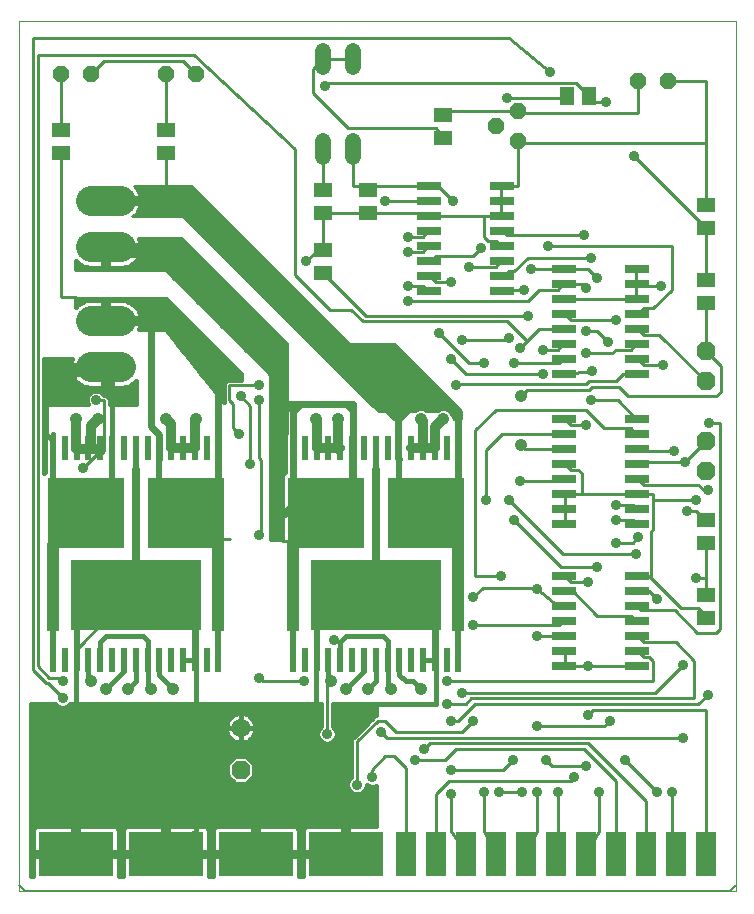
<source format=gtl>
G75*
%MOIN*%
%OFA0B0*%
%FSLAX25Y25*%
%IPPOS*%
%LPD*%
%AMOC8*
5,1,8,0,0,1.08239X$1,22.5*
%
%ADD10C,0.00000*%
%ADD11OC8,0.06300*%
%ADD12C,0.06300*%
%ADD13OC8,0.05200*%
%ADD14R,0.05906X0.05118*%
%ADD15R,0.05118X0.05906*%
%ADD16C,0.05200*%
%ADD17R,0.08000X0.02600*%
%ADD18R,0.06500X0.15000*%
%ADD19R,0.25000X0.15000*%
%ADD20C,0.00500*%
%ADD21R,0.02000X0.47244*%
%ADD22R,0.02000X0.07874*%
%ADD23R,0.02000X0.15748*%
%ADD24R,0.43307X0.23622*%
%ADD25R,0.02559X0.32677*%
%ADD26R,0.25591X0.23622*%
%ADD27R,0.03937X0.29528*%
%ADD28C,0.10039*%
%ADD29C,0.01600*%
%ADD30C,0.01000*%
%ADD31C,0.02400*%
%ADD32C,0.04134*%
%ADD33C,0.03200*%
%ADD34C,0.03600*%
D10*
X0027500Y0034500D02*
X0027500Y0324500D01*
X0266500Y0324500D01*
X0266500Y0034500D01*
X0027500Y0034500D01*
D11*
X0101500Y0075000D03*
X0256500Y0174500D03*
X0256500Y0184500D03*
X0256500Y0204500D03*
X0256500Y0214500D03*
D12*
X0101500Y0089000D03*
D13*
X0194000Y0284500D03*
X0186500Y0289500D03*
X0194000Y0294500D03*
X0234000Y0304500D03*
X0244000Y0304500D03*
X0086500Y0307000D03*
X0076500Y0307000D03*
X0051500Y0307000D03*
X0041500Y0307000D03*
D14*
X0041500Y0288240D03*
X0041500Y0280760D03*
X0076500Y0280760D03*
X0076500Y0288240D03*
X0129000Y0268240D03*
X0129000Y0260760D03*
X0129000Y0248240D03*
X0129000Y0240760D03*
X0144000Y0260760D03*
X0144000Y0268240D03*
X0169000Y0285760D03*
X0169000Y0293240D03*
X0256500Y0263240D03*
X0256500Y0255760D03*
X0256500Y0238240D03*
X0256500Y0230760D03*
X0256500Y0158240D03*
X0256500Y0150760D03*
X0256500Y0133240D03*
X0256500Y0125760D03*
D15*
X0217740Y0299500D03*
X0210260Y0299500D03*
D16*
X0139000Y0309400D02*
X0139000Y0314600D01*
X0129000Y0314600D02*
X0129000Y0309400D01*
X0129000Y0284600D02*
X0129000Y0279400D01*
X0139000Y0279400D02*
X0139000Y0284600D01*
D17*
X0164400Y0269500D03*
X0164400Y0264500D03*
X0164400Y0259500D03*
X0164400Y0254500D03*
X0164400Y0249500D03*
X0164400Y0244500D03*
X0164400Y0239500D03*
X0164400Y0234500D03*
X0188600Y0234500D03*
X0188600Y0239500D03*
X0188600Y0244500D03*
X0188600Y0249500D03*
X0188600Y0254500D03*
X0188600Y0259500D03*
X0188600Y0264500D03*
X0188600Y0269500D03*
X0209400Y0242000D03*
X0209400Y0237000D03*
X0209400Y0232000D03*
X0209400Y0227000D03*
X0209400Y0222000D03*
X0209400Y0217000D03*
X0209400Y0212000D03*
X0209400Y0207000D03*
X0209400Y0192000D03*
X0209400Y0187000D03*
X0209400Y0182000D03*
X0209400Y0177000D03*
X0209400Y0172000D03*
X0209400Y0167000D03*
X0209400Y0162000D03*
X0209400Y0157000D03*
X0209400Y0139500D03*
X0209400Y0134500D03*
X0209400Y0129500D03*
X0209400Y0124500D03*
X0209400Y0119500D03*
X0209400Y0114500D03*
X0209400Y0109500D03*
X0233600Y0109500D03*
X0233600Y0114500D03*
X0233600Y0119500D03*
X0233600Y0124500D03*
X0233600Y0129500D03*
X0233600Y0134500D03*
X0233600Y0139500D03*
X0233600Y0157000D03*
X0233600Y0162000D03*
X0233600Y0167000D03*
X0233600Y0172000D03*
X0233600Y0177000D03*
X0233600Y0182000D03*
X0233600Y0187000D03*
X0233600Y0192000D03*
X0233600Y0207000D03*
X0233600Y0212000D03*
X0233600Y0217000D03*
X0233600Y0222000D03*
X0233600Y0227000D03*
X0233600Y0232000D03*
X0233600Y0237000D03*
X0233600Y0242000D03*
D18*
X0236500Y0047000D03*
X0226500Y0047000D03*
X0216500Y0047000D03*
X0206500Y0047000D03*
X0196500Y0047000D03*
X0186500Y0047000D03*
X0176500Y0047000D03*
X0166500Y0047000D03*
X0156500Y0047000D03*
X0246500Y0047000D03*
X0256500Y0047000D03*
D19*
X0136500Y0047000D03*
X0106500Y0047000D03*
X0076500Y0047000D03*
X0046500Y0047000D03*
D20*
X0029500Y0034500D02*
X0149000Y0034500D01*
X0153200Y0034500D01*
X0264500Y0034500D01*
X0266500Y0036500D01*
X0029500Y0034500D02*
X0027500Y0036500D01*
D21*
X0038941Y0131252D03*
X0038941Y0162748D03*
X0094059Y0162748D03*
X0118941Y0162748D03*
X0118941Y0131252D03*
X0094059Y0131252D03*
X0174059Y0131252D03*
X0174059Y0162748D03*
D22*
X0170122Y0182433D03*
X0166185Y0182433D03*
X0162248Y0182433D03*
X0158311Y0182433D03*
X0150437Y0182433D03*
X0142563Y0182433D03*
X0134689Y0182433D03*
X0130752Y0182433D03*
X0126815Y0182433D03*
X0122878Y0182433D03*
X0090122Y0182433D03*
X0086185Y0182433D03*
X0082248Y0182433D03*
X0078311Y0182433D03*
X0070437Y0182433D03*
X0062563Y0182433D03*
X0054689Y0182433D03*
X0050752Y0182433D03*
X0046815Y0182433D03*
X0042878Y0182433D03*
X0042878Y0111567D03*
X0050752Y0111567D03*
X0054689Y0111567D03*
X0058626Y0111567D03*
X0062563Y0111567D03*
X0066500Y0111567D03*
X0070437Y0111567D03*
X0074374Y0111567D03*
X0078311Y0111567D03*
X0082248Y0111567D03*
X0090122Y0111567D03*
X0122878Y0111567D03*
X0130752Y0111567D03*
X0134689Y0111567D03*
X0138626Y0111567D03*
X0142563Y0111567D03*
X0146500Y0111567D03*
X0150437Y0111567D03*
X0154374Y0111567D03*
X0158311Y0111567D03*
X0162248Y0111567D03*
X0170122Y0111567D03*
D23*
X0166185Y0115504D03*
X0126815Y0115504D03*
X0086185Y0115504D03*
X0046815Y0115504D03*
X0058626Y0178496D03*
X0066500Y0178496D03*
X0074374Y0178496D03*
X0138626Y0178496D03*
X0146500Y0178496D03*
X0154374Y0178496D03*
D24*
X0146500Y0133220D03*
X0066500Y0133220D03*
D25*
X0066500Y0159382D03*
X0146500Y0159382D03*
D26*
X0129768Y0160780D03*
X0163232Y0160780D03*
X0083232Y0160780D03*
X0049768Y0160780D03*
D27*
X0038941Y0136154D03*
X0094059Y0136154D03*
X0118941Y0136154D03*
X0174059Y0136154D03*
D28*
X0061520Y0209205D02*
X0051480Y0209205D01*
X0051480Y0224795D02*
X0061520Y0224795D01*
X0061520Y0249205D02*
X0051480Y0249205D01*
X0051480Y0264795D02*
X0061520Y0264795D01*
D29*
X0067743Y0252000D02*
X0081500Y0252000D01*
X0076500Y0242000D01*
X0046500Y0242000D01*
X0046500Y0244541D01*
X0046974Y0244066D01*
X0047683Y0243522D01*
X0048458Y0243075D01*
X0049283Y0242733D01*
X0050147Y0242502D01*
X0051033Y0242385D01*
X0055700Y0242385D01*
X0055700Y0248405D01*
X0057300Y0248405D01*
X0057300Y0250005D01*
X0068293Y0250005D01*
X0068223Y0250538D01*
X0067991Y0251402D01*
X0067743Y0252000D01*
X0067786Y0251898D02*
X0081449Y0251898D01*
X0081398Y0251898D02*
X0081602Y0251898D01*
X0081500Y0252000D02*
X0116500Y0217000D01*
X0116500Y0187474D01*
X0116264Y0187065D01*
X0116141Y0186607D01*
X0116141Y0174189D01*
X0115867Y0174031D01*
X0115532Y0173696D01*
X0115295Y0173285D01*
X0115172Y0172828D01*
X0115172Y0161579D01*
X0116141Y0161579D01*
X0116141Y0159980D01*
X0115172Y0159980D01*
X0115172Y0152000D01*
X0111500Y0152000D01*
X0111500Y0207000D01*
X0076500Y0242000D01*
X0071500Y0242000D01*
X0081500Y0252000D01*
X0080650Y0250299D02*
X0068254Y0250299D01*
X0068293Y0248405D02*
X0057300Y0248405D01*
X0057300Y0242385D01*
X0061967Y0242385D01*
X0062853Y0242502D01*
X0063716Y0242733D01*
X0064542Y0243075D01*
X0065317Y0243522D01*
X0066026Y0244066D01*
X0066658Y0244699D01*
X0067202Y0245408D01*
X0067649Y0246182D01*
X0067991Y0247008D01*
X0068223Y0247871D01*
X0068293Y0248405D01*
X0068016Y0247102D02*
X0079051Y0247102D01*
X0078252Y0245503D02*
X0067257Y0245503D01*
X0065815Y0243905D02*
X0077452Y0243905D01*
X0076653Y0242306D02*
X0046500Y0242306D01*
X0046500Y0243905D02*
X0047184Y0243905D01*
X0055700Y0243905D02*
X0057300Y0243905D01*
X0057300Y0245503D02*
X0055700Y0245503D01*
X0055700Y0247102D02*
X0057300Y0247102D01*
X0057300Y0248701D02*
X0079850Y0248701D01*
X0079799Y0250299D02*
X0083201Y0250299D01*
X0084799Y0248701D02*
X0078201Y0248701D01*
X0076602Y0247102D02*
X0086398Y0247102D01*
X0087997Y0245503D02*
X0075003Y0245503D01*
X0073405Y0243905D02*
X0089595Y0243905D01*
X0091194Y0242306D02*
X0071806Y0242306D01*
X0077792Y0240708D02*
X0092792Y0240708D01*
X0094391Y0239109D02*
X0079391Y0239109D01*
X0080989Y0237511D02*
X0095989Y0237511D01*
X0097588Y0235912D02*
X0082588Y0235912D01*
X0084186Y0234314D02*
X0099186Y0234314D01*
X0100785Y0232715D02*
X0085785Y0232715D01*
X0087383Y0231117D02*
X0102383Y0231117D01*
X0103982Y0229518D02*
X0088982Y0229518D01*
X0090580Y0227920D02*
X0105580Y0227920D01*
X0107179Y0226321D02*
X0092179Y0226321D01*
X0093777Y0224723D02*
X0108777Y0224723D01*
X0110376Y0223124D02*
X0095376Y0223124D01*
X0096974Y0221526D02*
X0111974Y0221526D01*
X0113573Y0219927D02*
X0098573Y0219927D01*
X0100171Y0218329D02*
X0115171Y0218329D01*
X0116500Y0216730D02*
X0101770Y0216730D01*
X0103368Y0215132D02*
X0116500Y0215132D01*
X0116500Y0213533D02*
X0104967Y0213533D01*
X0106565Y0211935D02*
X0116500Y0211935D01*
X0116500Y0210336D02*
X0108164Y0210336D01*
X0109762Y0208738D02*
X0116500Y0208738D01*
X0116500Y0207139D02*
X0111361Y0207139D01*
X0111500Y0205541D02*
X0116500Y0205541D01*
X0116500Y0203942D02*
X0111500Y0203942D01*
X0111500Y0202344D02*
X0116500Y0202344D01*
X0116500Y0200745D02*
X0111500Y0200745D01*
X0111500Y0199147D02*
X0116500Y0199147D01*
X0116500Y0197548D02*
X0111500Y0197548D01*
X0111500Y0195950D02*
X0116500Y0195950D01*
X0116500Y0194351D02*
X0111500Y0194351D01*
X0111500Y0192753D02*
X0116500Y0192753D01*
X0116500Y0191154D02*
X0111500Y0191154D01*
X0111500Y0189556D02*
X0116500Y0189556D01*
X0116500Y0187957D02*
X0111500Y0187957D01*
X0111500Y0186359D02*
X0116141Y0186359D01*
X0116141Y0184760D02*
X0111500Y0184760D01*
X0111500Y0183162D02*
X0116141Y0183162D01*
X0116141Y0181563D02*
X0111500Y0181563D01*
X0111500Y0179965D02*
X0116141Y0179965D01*
X0116141Y0178366D02*
X0111500Y0178366D01*
X0111500Y0176768D02*
X0116141Y0176768D01*
X0116141Y0175169D02*
X0111500Y0175169D01*
X0111500Y0173570D02*
X0115460Y0173570D01*
X0115172Y0171972D02*
X0111500Y0171972D01*
X0111500Y0170373D02*
X0115172Y0170373D01*
X0115172Y0168775D02*
X0111500Y0168775D01*
X0111500Y0167176D02*
X0115172Y0167176D01*
X0115172Y0165578D02*
X0111500Y0165578D01*
X0111500Y0163979D02*
X0115172Y0163979D01*
X0115172Y0162381D02*
X0111500Y0162381D01*
X0111500Y0160782D02*
X0116141Y0160782D01*
X0115172Y0159184D02*
X0111500Y0159184D01*
X0111500Y0157585D02*
X0115172Y0157585D01*
X0115172Y0155987D02*
X0111500Y0155987D01*
X0111500Y0154388D02*
X0115172Y0154388D01*
X0115172Y0152790D02*
X0111500Y0152790D01*
X0130568Y0159980D02*
X0130568Y0161579D01*
X0141500Y0161579D01*
X0141500Y0159980D01*
X0130568Y0159980D01*
X0130568Y0160782D02*
X0141500Y0160782D01*
X0146500Y0133220D02*
X0126500Y0133220D01*
X0126500Y0115750D01*
X0126500Y0059500D01*
X0106500Y0059500D01*
X0106500Y0047000D01*
X0107300Y0047288D02*
X0135700Y0047288D01*
X0135700Y0047800D02*
X0135700Y0046200D01*
X0122200Y0046200D01*
X0122200Y0039500D01*
X0120800Y0039500D01*
X0120800Y0046200D01*
X0107300Y0046200D01*
X0107300Y0047800D01*
X0105700Y0047800D01*
X0105700Y0056300D01*
X0093763Y0056300D01*
X0093305Y0056177D01*
X0092895Y0055940D01*
X0092560Y0055605D01*
X0092323Y0055195D01*
X0092200Y0054737D01*
X0092200Y0047800D01*
X0105700Y0047800D01*
X0105700Y0046200D01*
X0092200Y0046200D01*
X0092200Y0039500D01*
X0090800Y0039500D01*
X0090800Y0046200D01*
X0077300Y0046200D01*
X0077300Y0047800D01*
X0075700Y0047800D01*
X0075700Y0056300D01*
X0063763Y0056300D01*
X0063305Y0056177D01*
X0062895Y0055940D01*
X0062560Y0055605D01*
X0062323Y0055195D01*
X0062200Y0054737D01*
X0062200Y0047800D01*
X0075700Y0047800D01*
X0075700Y0046200D01*
X0062200Y0046200D01*
X0062200Y0039500D01*
X0060800Y0039500D01*
X0060800Y0046200D01*
X0047300Y0046200D01*
X0047300Y0047800D01*
X0060800Y0047800D01*
X0060800Y0054737D01*
X0060677Y0055195D01*
X0060440Y0055605D01*
X0060105Y0055940D01*
X0059695Y0056177D01*
X0059237Y0056300D01*
X0047300Y0056300D01*
X0047300Y0047800D01*
X0045700Y0047800D01*
X0045700Y0056300D01*
X0033763Y0056300D01*
X0033305Y0056177D01*
X0032895Y0055940D01*
X0032560Y0055605D01*
X0032323Y0055195D01*
X0032200Y0054737D01*
X0032200Y0047800D01*
X0045700Y0047800D01*
X0045700Y0046200D01*
X0032200Y0046200D01*
X0032200Y0039500D01*
X0031500Y0039500D01*
X0031500Y0097000D01*
X0039475Y0097000D01*
X0040312Y0096162D01*
X0041488Y0095675D01*
X0042762Y0095675D01*
X0043938Y0096162D01*
X0044775Y0097000D01*
X0128350Y0097000D01*
X0128350Y0089625D01*
X0127537Y0088813D01*
X0127050Y0087637D01*
X0127050Y0086363D01*
X0127537Y0085187D01*
X0128437Y0084287D01*
X0129613Y0083800D01*
X0130887Y0083800D01*
X0132063Y0084287D01*
X0132963Y0085187D01*
X0133450Y0086363D01*
X0133450Y0087637D01*
X0132963Y0088813D01*
X0132150Y0089625D01*
X0132150Y0097000D01*
X0146500Y0097000D01*
X0146500Y0093275D01*
X0146338Y0093275D01*
X0139463Y0086400D01*
X0138350Y0085287D01*
X0138350Y0072750D01*
X0137537Y0071938D01*
X0137050Y0070762D01*
X0137050Y0069488D01*
X0137537Y0068312D01*
X0138437Y0067412D01*
X0139613Y0066925D01*
X0140887Y0066925D01*
X0142063Y0067412D01*
X0142963Y0068312D01*
X0143450Y0069488D01*
X0143450Y0069907D01*
X0144613Y0069425D01*
X0145887Y0069425D01*
X0146500Y0069679D01*
X0146500Y0056300D01*
X0137300Y0056300D01*
X0137300Y0047800D01*
X0135700Y0047800D01*
X0135700Y0056300D01*
X0123763Y0056300D01*
X0123305Y0056177D01*
X0122895Y0055940D01*
X0122560Y0055605D01*
X0122323Y0055195D01*
X0122200Y0054737D01*
X0122200Y0047800D01*
X0135700Y0047800D01*
X0135700Y0048887D02*
X0137300Y0048887D01*
X0137300Y0050485D02*
X0135700Y0050485D01*
X0135700Y0052084D02*
X0137300Y0052084D01*
X0137300Y0053682D02*
X0135700Y0053682D01*
X0135700Y0055281D02*
X0137300Y0055281D01*
X0136500Y0047000D02*
X0136500Y0097000D01*
X0166500Y0097000D01*
X0166500Y0111567D01*
X0166185Y0111567D01*
X0166185Y0115504D01*
X0166185Y0111567D02*
X0162248Y0111567D01*
X0166500Y0111567D02*
X0166500Y0133220D01*
X0146500Y0133220D01*
X0149000Y0119500D02*
X0136500Y0119500D01*
X0134689Y0117689D01*
X0134689Y0111567D01*
X0130752Y0111567D02*
X0130752Y0105248D01*
X0131500Y0104500D01*
X0136500Y0102000D02*
X0142563Y0108063D01*
X0142563Y0111567D01*
X0146500Y0111567D02*
X0146500Y0104500D01*
X0144000Y0102000D01*
X0146500Y0096842D02*
X0132150Y0096842D01*
X0132150Y0095243D02*
X0146500Y0095243D01*
X0146500Y0093645D02*
X0132150Y0093645D01*
X0132150Y0092046D02*
X0145109Y0092046D01*
X0143511Y0090448D02*
X0132150Y0090448D01*
X0132926Y0088849D02*
X0141912Y0088849D01*
X0140314Y0087251D02*
X0133450Y0087251D01*
X0133155Y0085652D02*
X0138715Y0085652D01*
X0138350Y0084054D02*
X0131499Y0084054D01*
X0129001Y0084054D02*
X0101914Y0084054D01*
X0101890Y0084050D02*
X0102659Y0084172D01*
X0103400Y0084413D01*
X0104094Y0084766D01*
X0104725Y0085224D01*
X0105276Y0085775D01*
X0105734Y0086406D01*
X0106087Y0087100D01*
X0106328Y0087841D01*
X0106450Y0088610D01*
X0106450Y0089000D01*
X0106450Y0089390D01*
X0106328Y0090159D01*
X0106087Y0090900D01*
X0105734Y0091594D01*
X0105276Y0092225D01*
X0104725Y0092776D01*
X0104094Y0093234D01*
X0103400Y0093587D01*
X0102659Y0093828D01*
X0101890Y0093950D01*
X0101500Y0093950D01*
X0101500Y0089000D01*
X0101500Y0089000D01*
X0106450Y0089000D01*
X0101500Y0089000D01*
X0101500Y0089000D01*
X0101500Y0089000D01*
X0096550Y0089000D01*
X0096550Y0089390D01*
X0096672Y0090159D01*
X0096913Y0090900D01*
X0097266Y0091594D01*
X0097724Y0092225D01*
X0098275Y0092776D01*
X0098906Y0093234D01*
X0099600Y0093587D01*
X0100341Y0093828D01*
X0101110Y0093950D01*
X0101500Y0093950D01*
X0101500Y0089000D01*
X0101500Y0084050D01*
X0101890Y0084050D01*
X0101500Y0084054D02*
X0101500Y0084054D01*
X0101500Y0084050D02*
X0101500Y0089000D01*
X0101500Y0089000D01*
X0096550Y0089000D01*
X0096550Y0088610D01*
X0096672Y0087841D01*
X0096913Y0087100D01*
X0097266Y0086406D01*
X0097724Y0085775D01*
X0098275Y0085224D01*
X0098906Y0084766D01*
X0099600Y0084413D01*
X0100341Y0084172D01*
X0101110Y0084050D01*
X0101500Y0084050D01*
X0101086Y0084054D02*
X0031500Y0084054D01*
X0031500Y0085652D02*
X0097847Y0085652D01*
X0096864Y0087251D02*
X0031500Y0087251D01*
X0031500Y0088849D02*
X0096550Y0088849D01*
X0096766Y0090448D02*
X0031500Y0090448D01*
X0031500Y0092046D02*
X0097595Y0092046D01*
X0099777Y0093645D02*
X0031500Y0093645D01*
X0031500Y0095243D02*
X0128350Y0095243D01*
X0128350Y0093645D02*
X0103223Y0093645D01*
X0101500Y0093645D02*
X0101500Y0093645D01*
X0101500Y0092046D02*
X0101500Y0092046D01*
X0101500Y0090448D02*
X0101500Y0090448D01*
X0101500Y0088849D02*
X0101500Y0088849D01*
X0101500Y0087251D02*
X0101500Y0087251D01*
X0101500Y0085652D02*
X0101500Y0085652D01*
X0105153Y0085652D02*
X0127345Y0085652D01*
X0127050Y0087251D02*
X0106136Y0087251D01*
X0106450Y0088849D02*
X0127574Y0088849D01*
X0128350Y0090448D02*
X0106234Y0090448D01*
X0105405Y0092046D02*
X0128350Y0092046D01*
X0128350Y0096842D02*
X0044617Y0096842D01*
X0039633Y0096842D02*
X0031500Y0096842D01*
X0031500Y0082455D02*
X0138350Y0082455D01*
X0138350Y0080857D02*
X0031500Y0080857D01*
X0031500Y0079258D02*
X0099324Y0079258D01*
X0099615Y0079550D02*
X0096950Y0076885D01*
X0096950Y0073115D01*
X0099615Y0070450D01*
X0103385Y0070450D01*
X0106050Y0073115D01*
X0106050Y0076885D01*
X0103385Y0079550D01*
X0099615Y0079550D01*
X0097725Y0077660D02*
X0031500Y0077660D01*
X0031500Y0076061D02*
X0096950Y0076061D01*
X0096950Y0074463D02*
X0031500Y0074463D01*
X0031500Y0072864D02*
X0097201Y0072864D01*
X0098800Y0071266D02*
X0031500Y0071266D01*
X0031500Y0069667D02*
X0137050Y0069667D01*
X0137259Y0071266D02*
X0104200Y0071266D01*
X0105799Y0072864D02*
X0138350Y0072864D01*
X0138350Y0074463D02*
X0106050Y0074463D01*
X0106050Y0076061D02*
X0138350Y0076061D01*
X0138350Y0077660D02*
X0105275Y0077660D01*
X0103676Y0079258D02*
X0138350Y0079258D01*
X0143450Y0069667D02*
X0144029Y0069667D01*
X0142719Y0068069D02*
X0146500Y0068069D01*
X0146471Y0069667D02*
X0146500Y0069667D01*
X0146500Y0066470D02*
X0031500Y0066470D01*
X0031500Y0064872D02*
X0146500Y0064872D01*
X0146500Y0063273D02*
X0031500Y0063273D01*
X0031500Y0061675D02*
X0146500Y0061675D01*
X0146500Y0060076D02*
X0031500Y0060076D01*
X0031500Y0058478D02*
X0146500Y0058478D01*
X0146500Y0056879D02*
X0031500Y0056879D01*
X0031500Y0055281D02*
X0032372Y0055281D01*
X0032200Y0053682D02*
X0031500Y0053682D01*
X0031500Y0052084D02*
X0032200Y0052084D01*
X0032200Y0050485D02*
X0031500Y0050485D01*
X0031500Y0048887D02*
X0032200Y0048887D01*
X0031500Y0047288D02*
X0045700Y0047288D01*
X0046500Y0047000D02*
X0046500Y0115750D01*
X0046500Y0127000D01*
X0054689Y0117689D02*
X0056500Y0119500D01*
X0069000Y0119500D01*
X0070437Y0118063D01*
X0070437Y0111567D01*
X0070437Y0103063D01*
X0071500Y0102000D01*
X0074374Y0106626D02*
X0079000Y0102000D01*
X0074374Y0106626D02*
X0074374Y0111567D01*
X0066500Y0111567D02*
X0066500Y0104500D01*
X0064000Y0102000D01*
X0062563Y0108063D02*
X0056500Y0102000D01*
X0051500Y0104500D02*
X0050752Y0105248D01*
X0050752Y0111567D01*
X0054689Y0111567D02*
X0054689Y0117689D01*
X0062563Y0111567D02*
X0062563Y0108063D01*
X0082248Y0111567D02*
X0086500Y0111567D01*
X0086500Y0112000D01*
X0086185Y0112000D01*
X0086185Y0115504D01*
X0086500Y0112000D02*
X0086500Y0137000D01*
X0066500Y0137000D01*
X0066500Y0159382D01*
X0058626Y0178496D02*
X0058626Y0207079D01*
X0056500Y0209205D01*
X0054295Y0207000D01*
X0046500Y0207000D01*
X0036500Y0197000D01*
X0036500Y0187474D01*
X0036264Y0187065D01*
X0036141Y0186607D01*
X0036141Y0174189D01*
X0035900Y0174050D01*
X0035900Y0212000D01*
X0045257Y0212000D01*
X0045009Y0211402D01*
X0044777Y0210538D01*
X0044707Y0210005D01*
X0055700Y0210005D01*
X0055700Y0208405D01*
X0044707Y0208405D01*
X0044777Y0207871D01*
X0045009Y0207008D01*
X0045351Y0206182D01*
X0045798Y0205408D01*
X0046342Y0204699D01*
X0046974Y0204066D01*
X0047683Y0203522D01*
X0048458Y0203075D01*
X0049283Y0202733D01*
X0050147Y0202502D01*
X0051033Y0202385D01*
X0055700Y0202385D01*
X0055700Y0208405D01*
X0057300Y0208405D01*
X0057300Y0202385D01*
X0061967Y0202385D01*
X0062853Y0202502D01*
X0063716Y0202733D01*
X0064542Y0203075D01*
X0065317Y0203522D01*
X0066026Y0204066D01*
X0066500Y0204541D01*
X0066500Y0197000D01*
X0057775Y0197000D01*
X0057775Y0199037D01*
X0056662Y0200150D01*
X0056000Y0200150D01*
X0055188Y0200963D01*
X0054012Y0201450D01*
X0052738Y0201450D01*
X0051562Y0200963D01*
X0050662Y0200063D01*
X0050175Y0198887D01*
X0050175Y0197613D01*
X0050429Y0197000D01*
X0036500Y0197000D01*
X0036500Y0187000D01*
X0038941Y0184559D01*
X0038941Y0162748D01*
X0038941Y0174391D02*
X0038941Y0187000D01*
X0038941Y0187000D01*
X0038941Y0174391D01*
X0038941Y0174391D01*
X0038941Y0175169D02*
X0038941Y0175169D01*
X0038941Y0176768D02*
X0038941Y0176768D01*
X0038941Y0178366D02*
X0038941Y0178366D01*
X0038941Y0179965D02*
X0038941Y0179965D01*
X0038941Y0181563D02*
X0038941Y0181563D01*
X0038941Y0183162D02*
X0038941Y0183162D01*
X0038941Y0184760D02*
X0038941Y0184760D01*
X0038941Y0186359D02*
X0038941Y0186359D01*
X0036141Y0186359D02*
X0035900Y0186359D01*
X0035900Y0187957D02*
X0036500Y0187957D01*
X0036500Y0189556D02*
X0035900Y0189556D01*
X0035900Y0191154D02*
X0036500Y0191154D01*
X0036500Y0192753D02*
X0035900Y0192753D01*
X0035900Y0194351D02*
X0036500Y0194351D01*
X0036500Y0195950D02*
X0035900Y0195950D01*
X0035900Y0197548D02*
X0050202Y0197548D01*
X0050283Y0199147D02*
X0035900Y0199147D01*
X0035900Y0200745D02*
X0051345Y0200745D01*
X0055405Y0200745D02*
X0066500Y0200745D01*
X0066500Y0199147D02*
X0057665Y0199147D01*
X0057775Y0197548D02*
X0066500Y0197548D01*
X0066500Y0202344D02*
X0035900Y0202344D01*
X0035900Y0203942D02*
X0047136Y0203942D01*
X0045721Y0205541D02*
X0035900Y0205541D01*
X0035900Y0207139D02*
X0044973Y0207139D01*
X0044751Y0210336D02*
X0035900Y0210336D01*
X0035900Y0208738D02*
X0055700Y0208738D01*
X0055700Y0207139D02*
X0057300Y0207139D01*
X0057300Y0205541D02*
X0055700Y0205541D01*
X0055700Y0203942D02*
X0057300Y0203942D01*
X0065864Y0203942D02*
X0066500Y0203942D01*
X0081995Y0215132D02*
X0093368Y0215132D01*
X0091770Y0216730D02*
X0080716Y0216730D01*
X0079437Y0218329D02*
X0090171Y0218329D01*
X0088573Y0219927D02*
X0078158Y0219927D01*
X0076879Y0221526D02*
X0086974Y0221526D01*
X0085376Y0223124D02*
X0068132Y0223124D01*
X0068223Y0223462D02*
X0068293Y0223995D01*
X0057300Y0223995D01*
X0057300Y0225595D01*
X0068293Y0225595D01*
X0068223Y0226129D01*
X0067991Y0226992D01*
X0067649Y0227818D01*
X0067202Y0228592D01*
X0066658Y0229301D01*
X0066026Y0229934D01*
X0065317Y0230478D01*
X0064542Y0230925D01*
X0063716Y0231267D01*
X0062853Y0231498D01*
X0061967Y0231615D01*
X0057300Y0231615D01*
X0057300Y0225595D01*
X0055700Y0225595D01*
X0055700Y0231615D01*
X0051033Y0231615D01*
X0050147Y0231498D01*
X0049283Y0231267D01*
X0048458Y0230925D01*
X0047683Y0230478D01*
X0046974Y0229934D01*
X0046500Y0229459D01*
X0046500Y0232000D01*
X0076500Y0232000D01*
X0101500Y0207000D01*
X0101500Y0205150D01*
X0096963Y0205150D01*
X0095850Y0204037D01*
X0095850Y0197812D01*
X0076500Y0222000D01*
X0067743Y0222000D01*
X0067991Y0222598D01*
X0068223Y0223462D01*
X0068171Y0226321D02*
X0082179Y0226321D01*
X0083777Y0224723D02*
X0057300Y0224723D01*
X0057300Y0226321D02*
X0055700Y0226321D01*
X0055700Y0227920D02*
X0057300Y0227920D01*
X0057300Y0229518D02*
X0055700Y0229518D01*
X0055700Y0231117D02*
X0057300Y0231117D01*
X0064079Y0231117D02*
X0077383Y0231117D01*
X0078982Y0229518D02*
X0066441Y0229518D01*
X0067590Y0227920D02*
X0080580Y0227920D01*
X0083273Y0213533D02*
X0094967Y0213533D01*
X0096565Y0211935D02*
X0084552Y0211935D01*
X0085831Y0210336D02*
X0098164Y0210336D01*
X0099762Y0208738D02*
X0087110Y0208738D01*
X0088389Y0207139D02*
X0101361Y0207139D01*
X0101500Y0205541D02*
X0089667Y0205541D01*
X0090946Y0203942D02*
X0095850Y0203942D01*
X0095850Y0202344D02*
X0092225Y0202344D01*
X0093504Y0200745D02*
X0095850Y0200745D01*
X0095850Y0199147D02*
X0094783Y0199147D01*
X0054689Y0182433D02*
X0051933Y0182433D01*
X0051500Y0182000D01*
X0050752Y0182433D02*
X0046933Y0182433D01*
X0046500Y0182000D01*
X0036141Y0181563D02*
X0035900Y0181563D01*
X0035900Y0179965D02*
X0036141Y0179965D01*
X0036141Y0178366D02*
X0035900Y0178366D01*
X0035900Y0176768D02*
X0036141Y0176768D01*
X0036141Y0175169D02*
X0035900Y0175169D01*
X0035900Y0183162D02*
X0036141Y0183162D01*
X0036141Y0184760D02*
X0035900Y0184760D01*
X0035900Y0211935D02*
X0045230Y0211935D01*
X0046500Y0229518D02*
X0046559Y0229518D01*
X0046500Y0231117D02*
X0048921Y0231117D01*
X0149000Y0119500D02*
X0150437Y0118063D01*
X0150437Y0111567D01*
X0150437Y0103063D01*
X0151500Y0102000D01*
X0154374Y0106626D02*
X0156500Y0104500D01*
X0159000Y0104500D01*
X0161500Y0102000D01*
X0154374Y0106626D02*
X0154374Y0111567D01*
X0137781Y0068069D02*
X0031500Y0068069D01*
X0045700Y0055281D02*
X0047300Y0055281D01*
X0047300Y0053682D02*
X0045700Y0053682D01*
X0045700Y0052084D02*
X0047300Y0052084D01*
X0047300Y0050485D02*
X0045700Y0050485D01*
X0045700Y0048887D02*
X0047300Y0048887D01*
X0047300Y0047288D02*
X0075700Y0047288D01*
X0076500Y0047000D02*
X0086500Y0054500D01*
X0086500Y0111567D01*
X0089237Y0056300D02*
X0077300Y0056300D01*
X0077300Y0047800D01*
X0090800Y0047800D01*
X0090800Y0054737D01*
X0090677Y0055195D01*
X0090440Y0055605D01*
X0090105Y0055940D01*
X0089695Y0056177D01*
X0089237Y0056300D01*
X0090628Y0055281D02*
X0092372Y0055281D01*
X0092200Y0053682D02*
X0090800Y0053682D01*
X0090800Y0052084D02*
X0092200Y0052084D01*
X0092200Y0050485D02*
X0090800Y0050485D01*
X0090800Y0048887D02*
X0092200Y0048887D01*
X0092200Y0045690D02*
X0090800Y0045690D01*
X0090800Y0044091D02*
X0092200Y0044091D01*
X0092200Y0042493D02*
X0090800Y0042493D01*
X0090800Y0040894D02*
X0092200Y0040894D01*
X0105700Y0047288D02*
X0077300Y0047288D01*
X0077300Y0048887D02*
X0075700Y0048887D01*
X0075700Y0050485D02*
X0077300Y0050485D01*
X0077300Y0052084D02*
X0075700Y0052084D01*
X0075700Y0053682D02*
X0077300Y0053682D01*
X0077300Y0055281D02*
X0075700Y0055281D01*
X0062372Y0055281D02*
X0060628Y0055281D01*
X0060800Y0053682D02*
X0062200Y0053682D01*
X0062200Y0052084D02*
X0060800Y0052084D01*
X0060800Y0050485D02*
X0062200Y0050485D01*
X0062200Y0048887D02*
X0060800Y0048887D01*
X0060800Y0045690D02*
X0062200Y0045690D01*
X0062200Y0044091D02*
X0060800Y0044091D01*
X0060800Y0042493D02*
X0062200Y0042493D01*
X0062200Y0040894D02*
X0060800Y0040894D01*
X0032200Y0040894D02*
X0031500Y0040894D01*
X0031500Y0042493D02*
X0032200Y0042493D01*
X0032200Y0044091D02*
X0031500Y0044091D01*
X0031500Y0045690D02*
X0032200Y0045690D01*
X0105700Y0048887D02*
X0107300Y0048887D01*
X0107300Y0047800D02*
X0107300Y0056300D01*
X0119237Y0056300D01*
X0119695Y0056177D01*
X0120105Y0055940D01*
X0120440Y0055605D01*
X0120677Y0055195D01*
X0120800Y0054737D01*
X0120800Y0047800D01*
X0107300Y0047800D01*
X0107300Y0050485D02*
X0105700Y0050485D01*
X0105700Y0052084D02*
X0107300Y0052084D01*
X0107300Y0053682D02*
X0105700Y0053682D01*
X0105700Y0055281D02*
X0107300Y0055281D01*
X0120628Y0055281D02*
X0122372Y0055281D01*
X0122200Y0053682D02*
X0120800Y0053682D01*
X0120800Y0052084D02*
X0122200Y0052084D01*
X0122200Y0050485D02*
X0120800Y0050485D01*
X0120800Y0048887D02*
X0122200Y0048887D01*
X0122200Y0045690D02*
X0120800Y0045690D01*
X0120800Y0044091D02*
X0122200Y0044091D01*
X0122200Y0042493D02*
X0120800Y0042493D01*
X0120800Y0040894D02*
X0122200Y0040894D01*
D30*
X0140250Y0070125D02*
X0140250Y0084500D01*
X0147125Y0091375D01*
X0149625Y0091375D01*
X0153375Y0087625D01*
X0175250Y0087625D01*
X0179000Y0091375D01*
X0174000Y0091375D02*
X0179625Y0097000D01*
X0254000Y0097000D01*
X0257125Y0100125D01*
X0256500Y0095125D02*
X0219000Y0095125D01*
X0217125Y0093250D01*
X0222750Y0089500D02*
X0200250Y0089500D01*
X0203375Y0078250D02*
X0205250Y0076375D01*
X0216500Y0076375D01*
X0212750Y0072625D02*
X0211500Y0071375D01*
X0170875Y0071375D01*
X0166500Y0067000D01*
X0166500Y0047000D01*
X0171500Y0054500D02*
X0176500Y0047000D01*
X0171500Y0054500D02*
X0171500Y0067000D01*
X0171500Y0075125D02*
X0189000Y0075125D01*
X0192125Y0078250D01*
X0195250Y0067625D02*
X0187750Y0067625D01*
X0182750Y0067625D02*
X0182750Y0054500D01*
X0186500Y0047000D01*
X0196500Y0047000D02*
X0200250Y0054500D01*
X0200250Y0067625D01*
X0207125Y0067625D02*
X0207125Y0054500D01*
X0206500Y0047000D01*
X0216500Y0047000D02*
X0220875Y0054500D01*
X0220875Y0067625D01*
X0226500Y0071375D02*
X0226500Y0047000D01*
X0236500Y0047000D02*
X0236500Y0064500D01*
X0217125Y0083875D01*
X0164625Y0083875D01*
X0162750Y0082000D01*
X0159625Y0078250D02*
X0169625Y0078250D01*
X0173375Y0082000D01*
X0215875Y0082000D01*
X0226500Y0071375D01*
X0229625Y0078250D02*
X0240250Y0067625D01*
X0245250Y0067625D02*
X0245250Y0054500D01*
X0246500Y0047000D01*
X0256500Y0047000D02*
X0256500Y0095125D01*
X0252750Y0098875D02*
X0178375Y0098875D01*
X0176500Y0097000D01*
X0170250Y0097000D01*
X0171500Y0091375D02*
X0174000Y0091375D01*
X0175250Y0100750D02*
X0239625Y0100750D01*
X0249000Y0110125D01*
X0252750Y0111375D02*
X0252750Y0098875D01*
X0252750Y0111375D02*
X0246500Y0117625D01*
X0235875Y0117625D01*
X0234000Y0119500D01*
X0233600Y0119500D01*
X0233600Y0114500D02*
X0234000Y0114500D01*
X0235875Y0112625D01*
X0237750Y0112625D01*
X0239000Y0111375D01*
X0239000Y0104500D01*
X0170250Y0104500D01*
X0179000Y0123250D02*
X0207750Y0123250D01*
X0209000Y0124500D01*
X0209400Y0124500D01*
X0209400Y0129500D02*
X0207125Y0129500D01*
X0200250Y0135375D01*
X0200250Y0135750D01*
X0182125Y0135750D01*
X0179000Y0132625D01*
X0174059Y0131252D02*
X0174000Y0131375D01*
X0174000Y0135750D01*
X0174059Y0136154D01*
X0174000Y0136375D01*
X0174000Y0161375D01*
X0173375Y0161375D01*
X0174059Y0162748D01*
X0173375Y0162000D01*
X0172750Y0161375D01*
X0163375Y0161375D01*
X0163232Y0160780D01*
X0146500Y0159382D02*
X0146500Y0133220D01*
X0134689Y0117689D02*
X0134000Y0117625D01*
X0133375Y0117625D01*
X0132750Y0118250D01*
X0127125Y0115750D02*
X0126500Y0115750D01*
X0126815Y0115504D02*
X0127125Y0115750D01*
X0130250Y0105125D02*
X0131500Y0104500D01*
X0130250Y0105125D02*
X0130250Y0087000D01*
X0145250Y0075125D02*
X0145250Y0072625D01*
X0145250Y0075125D02*
X0149625Y0079500D01*
X0152500Y0079500D01*
X0156500Y0075500D01*
X0156500Y0047000D01*
X0150250Y0085750D02*
X0249000Y0085750D01*
X0224625Y0091375D02*
X0222750Y0089500D01*
X0217125Y0109500D02*
X0209625Y0109500D01*
X0209400Y0109500D01*
X0209625Y0109500D02*
X0209625Y0114500D01*
X0209400Y0114500D01*
X0209400Y0119500D02*
X0200250Y0119500D01*
X0209400Y0134500D02*
X0212125Y0134500D01*
X0220250Y0126375D01*
X0231500Y0126375D01*
X0233375Y0124500D01*
X0233600Y0124500D01*
X0235000Y0128250D02*
X0233750Y0129500D01*
X0233600Y0129500D01*
X0235000Y0128250D02*
X0246250Y0128250D01*
X0253750Y0120750D01*
X0260000Y0120750D01*
X0261250Y0122000D01*
X0261250Y0190750D01*
X0257500Y0190750D01*
X0256500Y0184500D02*
X0249625Y0177625D01*
X0234625Y0177625D01*
X0234000Y0177000D01*
X0233600Y0177000D01*
X0233600Y0172000D02*
X0234000Y0172000D01*
X0235875Y0170125D01*
X0254000Y0170125D01*
X0255875Y0168250D01*
X0257125Y0168250D01*
X0253375Y0165125D02*
X0239000Y0165125D01*
X0239000Y0155125D01*
X0238375Y0154500D01*
X0238375Y0139500D01*
X0238062Y0139188D01*
X0248375Y0128875D01*
X0254000Y0128875D01*
X0256500Y0126375D01*
X0256500Y0125760D01*
X0256500Y0133240D02*
X0256500Y0138875D01*
X0253375Y0138875D01*
X0256500Y0138875D02*
X0256500Y0150760D01*
X0256500Y0158240D02*
X0256500Y0158250D01*
X0253375Y0161375D01*
X0250250Y0161375D01*
X0239000Y0165125D02*
X0239000Y0167000D01*
X0233600Y0167000D01*
X0215250Y0167000D01*
X0209625Y0167000D01*
X0209400Y0167000D01*
X0209625Y0167000D02*
X0209625Y0162000D01*
X0209400Y0162000D01*
X0209625Y0162000D02*
X0209625Y0157000D01*
X0209400Y0157000D01*
X0209000Y0147000D02*
X0233375Y0147000D01*
X0232125Y0150750D02*
X0226500Y0150750D01*
X0232125Y0150750D02*
X0234000Y0152625D01*
X0233600Y0157000D02*
X0233375Y0157000D01*
X0232125Y0158250D01*
X0226500Y0158250D01*
X0226500Y0163250D02*
X0232125Y0163250D01*
X0233375Y0162000D01*
X0233600Y0162000D01*
X0215250Y0167000D02*
X0215250Y0173875D01*
X0214000Y0175125D01*
X0211500Y0175125D01*
X0209625Y0177000D01*
X0209400Y0177000D01*
X0209400Y0172000D02*
X0209000Y0172000D01*
X0208375Y0171375D01*
X0194625Y0171375D01*
X0190875Y0165125D02*
X0209000Y0147000D01*
X0208375Y0142625D02*
X0220250Y0142625D01*
X0217125Y0137625D02*
X0211500Y0137625D01*
X0209625Y0139500D01*
X0209400Y0139500D01*
X0208375Y0142625D02*
X0192750Y0158250D01*
X0183375Y0165125D02*
X0183375Y0181625D01*
X0188750Y0187000D01*
X0209400Y0187000D01*
X0212500Y0187000D01*
X0211500Y0190125D02*
X0216500Y0190125D01*
X0216500Y0195125D02*
X0186500Y0195125D01*
X0179625Y0188250D01*
X0179625Y0139500D01*
X0188375Y0139500D01*
X0217125Y0109500D02*
X0233600Y0109500D01*
X0240250Y0132000D02*
X0237750Y0134500D01*
X0233600Y0134500D01*
X0233600Y0139500D02*
X0237750Y0139500D01*
X0238062Y0139188D01*
X0234625Y0181375D02*
X0245875Y0181375D01*
X0234625Y0181375D02*
X0234000Y0182000D01*
X0233600Y0182000D01*
X0233600Y0187000D02*
X0233375Y0187000D01*
X0231500Y0188875D01*
X0222750Y0188875D01*
X0216500Y0195125D01*
X0218375Y0198250D02*
X0227125Y0198250D01*
X0233375Y0192000D01*
X0233600Y0192000D01*
X0230500Y0199500D02*
X0227500Y0202500D01*
X0218500Y0202500D01*
X0217500Y0201500D01*
X0197000Y0201500D01*
X0195000Y0199500D01*
X0196250Y0200750D01*
X0202125Y0207000D02*
X0176500Y0207000D01*
X0171500Y0212000D01*
X0177750Y0210750D02*
X0167750Y0220750D01*
X0175250Y0218250D02*
X0190250Y0218250D01*
X0190875Y0218875D01*
X0194625Y0215750D02*
X0196812Y0217937D01*
X0190250Y0224500D01*
X0142125Y0224500D01*
X0138375Y0228250D01*
X0131250Y0228250D01*
X0119625Y0239875D01*
X0119625Y0282000D01*
X0085875Y0313250D01*
X0034000Y0313250D01*
X0034000Y0109500D01*
X0037750Y0105750D01*
X0040875Y0105750D01*
X0042125Y0104500D01*
X0037125Y0103875D02*
X0042125Y0098875D01*
X0037125Y0103875D02*
X0036500Y0103875D01*
X0032125Y0108250D01*
X0032125Y0318875D01*
X0190875Y0318875D01*
X0204625Y0307625D01*
X0210250Y0299500D02*
X0210260Y0299500D01*
X0210250Y0299500D02*
X0209625Y0298875D01*
X0190250Y0298875D01*
X0194000Y0294500D02*
X0194625Y0293875D01*
X0234000Y0293875D01*
X0234000Y0304500D01*
X0244000Y0304500D02*
X0256500Y0304500D01*
X0256500Y0283875D01*
X0194000Y0283875D01*
X0194000Y0284500D01*
X0194000Y0283875D02*
X0194000Y0269500D01*
X0188600Y0269500D01*
X0188375Y0269500D01*
X0188375Y0264500D01*
X0188600Y0264500D01*
X0188375Y0264500D02*
X0188375Y0259500D01*
X0188600Y0259500D01*
X0188375Y0259500D02*
X0182750Y0259500D01*
X0164400Y0259500D01*
X0164000Y0259500D01*
X0162750Y0260750D01*
X0144000Y0260750D01*
X0144000Y0260760D01*
X0144000Y0260750D02*
X0129000Y0260750D01*
X0129000Y0260760D01*
X0129000Y0260750D02*
X0129000Y0248240D01*
X0129000Y0247625D01*
X0126500Y0247625D01*
X0123375Y0244500D01*
X0129000Y0240760D02*
X0129000Y0240750D01*
X0143375Y0226375D01*
X0197125Y0226375D01*
X0200875Y0222000D02*
X0209400Y0222000D01*
X0211500Y0225125D02*
X0226500Y0225125D01*
X0220250Y0221375D02*
X0216500Y0221375D01*
X0220250Y0221375D02*
X0224000Y0217625D01*
X0226500Y0215125D02*
X0225250Y0213875D01*
X0216500Y0213875D01*
X0218500Y0208000D02*
X0209400Y0207000D01*
X0207750Y0210750D02*
X0192750Y0210750D01*
X0196812Y0217937D02*
X0200875Y0222000D01*
X0202125Y0215125D02*
X0207125Y0215125D01*
X0209000Y0217000D01*
X0209400Y0217000D01*
X0209400Y0212000D02*
X0209000Y0212000D01*
X0207750Y0210750D01*
X0216500Y0203500D02*
X0217500Y0204500D01*
X0226500Y0204500D01*
X0229000Y0207000D01*
X0233600Y0207000D01*
X0235875Y0210125D02*
X0242125Y0210125D01*
X0235875Y0210125D02*
X0234000Y0212000D01*
X0233600Y0212000D01*
X0231500Y0215125D02*
X0226500Y0215125D01*
X0231500Y0215125D02*
X0233375Y0217000D01*
X0233600Y0217000D01*
X0235875Y0220125D02*
X0240875Y0220125D01*
X0256500Y0204500D01*
X0261500Y0201000D02*
X0260000Y0199500D01*
X0230500Y0199500D01*
X0216500Y0203500D02*
X0173625Y0203500D01*
X0173375Y0203250D01*
X0170246Y0199254D02*
X0142746Y0199254D01*
X0143744Y0198256D02*
X0171244Y0198256D01*
X0172243Y0197257D02*
X0144743Y0197257D01*
X0145741Y0196259D02*
X0173241Y0196259D01*
X0174240Y0195260D02*
X0146740Y0195260D01*
X0147500Y0194500D02*
X0082500Y0259500D01*
X0065328Y0259500D01*
X0065828Y0259883D01*
X0066432Y0260487D01*
X0066952Y0261165D01*
X0067380Y0261905D01*
X0067707Y0262695D01*
X0067928Y0263521D01*
X0068030Y0264295D01*
X0057000Y0264295D01*
X0057000Y0265295D01*
X0068030Y0265295D01*
X0067928Y0266070D01*
X0067707Y0266895D01*
X0067380Y0267685D01*
X0066952Y0268425D01*
X0066432Y0269103D01*
X0066035Y0269500D01*
X0085000Y0269500D01*
X0137500Y0217000D01*
X0152500Y0217000D01*
X0175000Y0194500D01*
X0175000Y0192000D01*
X0172500Y0192000D01*
X0172167Y0192333D01*
X0172167Y0192630D01*
X0171685Y0193794D01*
X0170794Y0194685D01*
X0169630Y0195167D01*
X0168370Y0195167D01*
X0167206Y0194685D01*
X0167021Y0194500D01*
X0163479Y0194500D01*
X0163294Y0194685D01*
X0162130Y0195167D01*
X0160870Y0195167D01*
X0159706Y0194685D01*
X0159521Y0194500D01*
X0157500Y0194500D01*
X0155000Y0192000D01*
X0152500Y0192000D01*
X0150000Y0194500D01*
X0147500Y0194500D01*
X0150238Y0194262D02*
X0157262Y0194262D01*
X0156263Y0193263D02*
X0151237Y0193263D01*
X0152235Y0192265D02*
X0155265Y0192265D01*
X0166252Y0203248D02*
X0138752Y0203248D01*
X0139750Y0202250D02*
X0167250Y0202250D01*
X0168249Y0201251D02*
X0140749Y0201251D01*
X0141747Y0200253D02*
X0169247Y0200253D01*
X0165253Y0204247D02*
X0137753Y0204247D01*
X0136755Y0205245D02*
X0164255Y0205245D01*
X0163256Y0206244D02*
X0135756Y0206244D01*
X0134758Y0207242D02*
X0162258Y0207242D01*
X0161259Y0208241D02*
X0133759Y0208241D01*
X0132761Y0209239D02*
X0160261Y0209239D01*
X0159262Y0210238D02*
X0131762Y0210238D01*
X0130763Y0211237D02*
X0158263Y0211237D01*
X0157265Y0212235D02*
X0129765Y0212235D01*
X0128766Y0213234D02*
X0156266Y0213234D01*
X0155268Y0214232D02*
X0127768Y0214232D01*
X0126769Y0215231D02*
X0154269Y0215231D01*
X0153271Y0216229D02*
X0125771Y0216229D01*
X0124772Y0217228D02*
X0137272Y0217228D01*
X0136274Y0218226D02*
X0123774Y0218226D01*
X0122775Y0219225D02*
X0135275Y0219225D01*
X0134277Y0220223D02*
X0121777Y0220223D01*
X0120778Y0221222D02*
X0133278Y0221222D01*
X0132280Y0222220D02*
X0119780Y0222220D01*
X0118781Y0223219D02*
X0131281Y0223219D01*
X0130283Y0224217D02*
X0117783Y0224217D01*
X0116784Y0225216D02*
X0129284Y0225216D01*
X0128286Y0226214D02*
X0115786Y0226214D01*
X0114787Y0227213D02*
X0127287Y0227213D01*
X0126289Y0228211D02*
X0113789Y0228211D01*
X0112790Y0229210D02*
X0125290Y0229210D01*
X0124292Y0230208D02*
X0111792Y0230208D01*
X0110793Y0231207D02*
X0123293Y0231207D01*
X0122295Y0232205D02*
X0109795Y0232205D01*
X0108796Y0233204D02*
X0121296Y0233204D01*
X0120298Y0234202D02*
X0107798Y0234202D01*
X0106799Y0235201D02*
X0119299Y0235201D01*
X0118301Y0236199D02*
X0105801Y0236199D01*
X0104802Y0237198D02*
X0117302Y0237198D01*
X0116304Y0238196D02*
X0103804Y0238196D01*
X0102805Y0239195D02*
X0115305Y0239195D01*
X0114307Y0240193D02*
X0101807Y0240193D01*
X0100808Y0241192D02*
X0113308Y0241192D01*
X0112310Y0242190D02*
X0099810Y0242190D01*
X0098811Y0243189D02*
X0111311Y0243189D01*
X0110313Y0244187D02*
X0097813Y0244187D01*
X0096814Y0245186D02*
X0109314Y0245186D01*
X0108316Y0246184D02*
X0095816Y0246184D01*
X0094817Y0247183D02*
X0107317Y0247183D01*
X0106319Y0248181D02*
X0093819Y0248181D01*
X0092820Y0249180D02*
X0105320Y0249180D01*
X0104322Y0250178D02*
X0091822Y0250178D01*
X0090823Y0251177D02*
X0103323Y0251177D01*
X0102325Y0252175D02*
X0089825Y0252175D01*
X0088826Y0253174D02*
X0101326Y0253174D01*
X0100328Y0254172D02*
X0087828Y0254172D01*
X0086829Y0255171D02*
X0099329Y0255171D01*
X0098330Y0256170D02*
X0085830Y0256170D01*
X0084832Y0257168D02*
X0097332Y0257168D01*
X0096333Y0258167D02*
X0083833Y0258167D01*
X0082835Y0259165D02*
X0095335Y0259165D01*
X0094336Y0260164D02*
X0066108Y0260164D01*
X0066950Y0261162D02*
X0093338Y0261162D01*
X0092339Y0262161D02*
X0067485Y0262161D01*
X0067831Y0263159D02*
X0091341Y0263159D01*
X0090342Y0264158D02*
X0068012Y0264158D01*
X0067905Y0266155D02*
X0088345Y0266155D01*
X0087347Y0267153D02*
X0067600Y0267153D01*
X0067110Y0268152D02*
X0086348Y0268152D01*
X0085350Y0269150D02*
X0066385Y0269150D01*
X0057000Y0265156D02*
X0089344Y0265156D01*
X0076500Y0264500D02*
X0076500Y0280760D01*
X0076500Y0288240D02*
X0076500Y0307000D01*
X0082125Y0311375D02*
X0055875Y0311375D01*
X0051500Y0307000D01*
X0041500Y0307000D02*
X0041500Y0288240D01*
X0041500Y0280760D02*
X0041500Y0232625D01*
X0046500Y0232625D01*
X0046500Y0232000D01*
X0053375Y0198250D02*
X0055875Y0198250D01*
X0055875Y0181375D01*
X0054625Y0180125D01*
X0053375Y0180125D01*
X0049000Y0175750D01*
X0050752Y0182433D02*
X0046815Y0182433D01*
X0050752Y0182433D02*
X0054689Y0182433D01*
X0066500Y0178496D02*
X0066500Y0159382D01*
X0083232Y0160780D02*
X0095000Y0162000D01*
X0095000Y0152000D01*
X0094059Y0131252D01*
X0094000Y0131375D01*
X0094000Y0135750D01*
X0094059Y0136154D01*
X0094625Y0136375D01*
X0094625Y0152000D01*
X0095000Y0152000D01*
X0097828Y0152000D01*
X0092750Y0161375D02*
X0083375Y0161375D01*
X0083232Y0160780D01*
X0092750Y0161375D02*
X0093375Y0162000D01*
X0094059Y0162748D01*
X0104625Y0177000D02*
X0104625Y0196375D01*
X0101500Y0199500D01*
X0099000Y0197000D02*
X0097750Y0198250D01*
X0097750Y0203250D01*
X0107750Y0203250D01*
X0107750Y0198250D02*
X0107750Y0178875D01*
X0108375Y0178250D01*
X0108375Y0153250D01*
X0107750Y0153250D01*
X0115172Y0152000D02*
X0115250Y0151375D01*
X0118375Y0151375D01*
X0118375Y0136375D01*
X0118941Y0136154D01*
X0119000Y0135750D01*
X0119000Y0131375D01*
X0118941Y0131252D01*
X0122750Y0104500D02*
X0109000Y0104500D01*
X0107750Y0105750D01*
X0148375Y0087625D02*
X0150250Y0085750D01*
X0146500Y0159382D02*
X0146500Y0178496D01*
X0139000Y0178875D02*
X0138626Y0178496D01*
X0130875Y0182433D02*
X0130875Y0182625D01*
X0130752Y0182433D01*
X0118941Y0162748D02*
X0118375Y0162625D01*
X0117125Y0162625D01*
X0116500Y0162000D01*
X0116141Y0161579D01*
X0100875Y0187000D02*
X0099000Y0188875D01*
X0099000Y0197000D01*
X0082125Y0182625D02*
X0082248Y0182433D01*
X0082125Y0182433D02*
X0082125Y0182625D01*
X0049625Y0161375D02*
X0049768Y0160780D01*
X0049625Y0161375D02*
X0048375Y0162625D01*
X0039625Y0162625D01*
X0038941Y0162748D01*
X0039000Y0162000D01*
X0039000Y0136375D01*
X0038941Y0136154D01*
X0039000Y0135750D01*
X0039000Y0131375D01*
X0038941Y0131252D01*
X0046500Y0115750D02*
X0047125Y0115750D01*
X0046815Y0115504D01*
X0047125Y0115750D02*
X0064000Y0132625D01*
X0066500Y0132625D01*
X0066500Y0133220D01*
X0157125Y0231375D02*
X0197125Y0231375D01*
X0200875Y0235125D01*
X0207125Y0235125D01*
X0209000Y0237000D01*
X0209400Y0237000D01*
X0215250Y0237000D01*
X0216500Y0235750D01*
X0220250Y0238875D02*
X0217125Y0242000D01*
X0209400Y0242000D01*
X0198375Y0242000D01*
X0197125Y0245750D02*
X0218375Y0245750D01*
X0215875Y0253250D02*
X0190250Y0253250D01*
X0189000Y0254500D01*
X0188600Y0254500D01*
X0186500Y0251375D02*
X0184000Y0251375D01*
X0182750Y0252625D01*
X0182750Y0259500D01*
X0186500Y0251375D02*
X0188375Y0249500D01*
X0188600Y0249500D01*
X0188600Y0244500D02*
X0188375Y0244500D01*
X0186500Y0242625D01*
X0177750Y0242625D01*
X0179000Y0246375D02*
X0181500Y0248875D01*
X0179000Y0246375D02*
X0166500Y0246375D01*
X0164625Y0244500D01*
X0164400Y0244500D01*
X0162125Y0247625D02*
X0157125Y0247625D01*
X0157125Y0252625D02*
X0162125Y0252625D01*
X0164000Y0254500D01*
X0164400Y0254500D01*
X0164400Y0249500D02*
X0164000Y0249500D01*
X0162125Y0247625D01*
X0164400Y0239500D02*
X0164625Y0239500D01*
X0166500Y0237625D01*
X0171500Y0237625D01*
X0164400Y0234500D02*
X0164000Y0234500D01*
X0162125Y0236375D01*
X0157125Y0236375D01*
X0164400Y0264500D02*
X0149625Y0264500D01*
X0145250Y0269500D02*
X0164400Y0269500D01*
X0167125Y0269500D01*
X0172125Y0264500D01*
X0190875Y0241375D02*
X0192750Y0241375D01*
X0197125Y0245750D01*
X0190875Y0241375D02*
X0189000Y0239500D01*
X0188600Y0239500D01*
X0189625Y0235125D02*
X0189000Y0234500D01*
X0188600Y0234500D01*
X0189625Y0235125D02*
X0195875Y0235125D01*
X0204000Y0249500D02*
X0245250Y0249500D01*
X0245250Y0235125D01*
X0239000Y0228875D01*
X0235875Y0228875D01*
X0234000Y0227000D01*
X0233600Y0227000D01*
X0233600Y0222000D02*
X0234000Y0222000D01*
X0235875Y0220125D01*
X0233600Y0232000D02*
X0233375Y0232000D01*
X0233375Y0237000D01*
X0233600Y0237000D01*
X0234000Y0237000D01*
X0234625Y0236375D01*
X0241500Y0236375D01*
X0233375Y0237000D02*
X0233375Y0242000D01*
X0233600Y0242000D01*
X0233375Y0232000D02*
X0209400Y0232000D01*
X0209400Y0227000D02*
X0209625Y0227000D01*
X0211500Y0225125D01*
X0182750Y0210750D02*
X0177750Y0210750D01*
X0175000Y0194262D02*
X0171217Y0194262D01*
X0171905Y0193263D02*
X0175000Y0193263D01*
X0175000Y0192265D02*
X0172235Y0192265D01*
X0195000Y0183250D02*
X0196250Y0182000D01*
X0209400Y0182000D01*
X0211500Y0190125D02*
X0209625Y0192000D01*
X0209400Y0192000D01*
X0256500Y0214500D02*
X0261500Y0209500D01*
X0261500Y0201000D01*
X0256500Y0214500D02*
X0256500Y0230760D01*
X0256500Y0238240D02*
X0256500Y0255760D01*
X0256500Y0256375D01*
X0255875Y0256375D01*
X0232750Y0279500D01*
X0223375Y0297625D02*
X0219625Y0297625D01*
X0217750Y0299500D01*
X0217740Y0299500D01*
X0217750Y0299500D02*
X0213375Y0303875D01*
X0130875Y0303875D01*
X0129625Y0303125D01*
X0125500Y0300500D02*
X0125500Y0308500D01*
X0129000Y0312000D01*
X0139000Y0312000D01*
X0125500Y0300500D02*
X0137125Y0288875D01*
X0166500Y0288875D01*
X0169000Y0286375D01*
X0169000Y0285760D01*
X0169000Y0293240D02*
X0169000Y0293250D01*
X0170250Y0294500D01*
X0194000Y0294500D01*
X0145250Y0269500D02*
X0144000Y0268250D01*
X0144000Y0268240D01*
X0144625Y0269500D01*
X0139000Y0269500D01*
X0139000Y0282000D01*
X0129000Y0282000D02*
X0129000Y0268240D01*
X0086500Y0307000D02*
X0082125Y0311375D01*
X0256500Y0283875D02*
X0256500Y0263240D01*
D31*
X0174000Y0194500D02*
X0171500Y0197000D01*
X0156500Y0197000D01*
X0154000Y0194500D01*
X0151500Y0197000D01*
X0154000Y0194500D02*
X0154000Y0178870D01*
X0154374Y0178496D01*
X0139000Y0178875D02*
X0139000Y0194500D01*
X0136500Y0197000D01*
X0121500Y0197000D01*
X0119000Y0194500D01*
X0116500Y0197000D01*
X0119000Y0197000D01*
X0119000Y0194500D01*
X0119000Y0171547D01*
X0129768Y0160780D01*
X0132780Y0160780D01*
X0139000Y0167000D01*
X0139000Y0178875D01*
X0139000Y0194500D02*
X0139000Y0197000D01*
X0136500Y0197000D01*
X0121500Y0197000D02*
X0119000Y0197000D01*
X0116500Y0197000D02*
X0114000Y0197000D01*
X0114000Y0214500D01*
X0081500Y0247000D01*
X0058705Y0247000D01*
X0056500Y0249205D01*
X0056500Y0224795D02*
X0056795Y0224500D01*
X0069000Y0224500D01*
X0071500Y0222000D01*
X0071500Y0189500D01*
X0074374Y0186626D01*
X0074374Y0178496D01*
X0094059Y0162748D02*
X0094059Y0211941D01*
X0081500Y0224500D01*
X0069000Y0224500D01*
X0174000Y0194500D02*
X0174000Y0162807D01*
X0174059Y0162748D01*
D32*
X0195000Y0183250D03*
X0195000Y0199500D03*
X0169000Y0192000D03*
X0161500Y0192000D03*
X0134000Y0192000D03*
X0126500Y0192000D03*
X0086500Y0192000D03*
X0076500Y0192000D03*
X0054000Y0192000D03*
X0046500Y0192000D03*
X0051500Y0104500D03*
X0056500Y0102000D03*
X0064000Y0102000D03*
X0071500Y0102000D03*
X0079000Y0102000D03*
X0131500Y0104500D03*
X0136500Y0102000D03*
X0144000Y0102000D03*
X0151500Y0102000D03*
X0161500Y0102000D03*
D33*
X0162248Y0182433D02*
X0162248Y0191252D01*
X0161500Y0192000D01*
X0166185Y0189185D02*
X0169000Y0192000D01*
X0166185Y0189185D02*
X0166185Y0182433D01*
X0158311Y0182433D01*
X0154000Y0197000D02*
X0151500Y0197000D01*
X0146500Y0197000D01*
X0079000Y0264500D01*
X0076500Y0264500D01*
X0056795Y0264500D01*
X0056500Y0264795D01*
X0054000Y0192000D02*
X0051500Y0189500D01*
X0051500Y0182000D01*
X0054000Y0182000D02*
X0046500Y0182000D01*
X0046500Y0192000D01*
X0076500Y0192000D02*
X0078311Y0190189D01*
X0078311Y0182433D01*
X0082125Y0182433D01*
X0082248Y0182433D01*
X0086185Y0182433D01*
X0086185Y0191685D01*
X0086500Y0192000D01*
X0126500Y0192000D02*
X0126815Y0191685D01*
X0126815Y0182433D01*
X0130752Y0182433D01*
X0130875Y0182433D01*
X0134689Y0182433D01*
X0134433Y0182433D01*
X0134000Y0182000D01*
X0134000Y0192000D01*
D34*
X0107750Y0198250D03*
X0107750Y0203250D03*
X0101500Y0199500D03*
X0100875Y0187000D03*
X0104625Y0177000D03*
X0107750Y0153250D03*
X0132750Y0118250D03*
X0122750Y0104500D03*
X0107750Y0105750D03*
X0130250Y0087000D03*
X0145250Y0072625D03*
X0140250Y0070125D03*
X0148375Y0087625D03*
X0159625Y0078250D03*
X0162750Y0082000D03*
X0171500Y0075125D03*
X0171500Y0067000D03*
X0182750Y0067625D03*
X0187750Y0067625D03*
X0195250Y0067625D03*
X0200250Y0067625D03*
X0207125Y0067625D03*
X0212750Y0072625D03*
X0216500Y0076375D03*
X0220875Y0067625D03*
X0229625Y0078250D03*
X0224625Y0091375D03*
X0217125Y0093250D03*
X0203375Y0078250D03*
X0200250Y0089500D03*
X0192125Y0078250D03*
X0179000Y0091375D03*
X0171500Y0091375D03*
X0170250Y0097000D03*
X0175250Y0100750D03*
X0170250Y0104500D03*
X0179000Y0123250D03*
X0179000Y0132625D03*
X0188375Y0139500D03*
X0200250Y0135375D03*
X0200250Y0119500D03*
X0217125Y0109500D03*
X0240250Y0132000D03*
X0253375Y0138875D03*
X0234000Y0152625D03*
X0233375Y0147000D03*
X0226500Y0150750D03*
X0226500Y0158250D03*
X0226500Y0163250D03*
X0220250Y0142625D03*
X0217125Y0137625D03*
X0192750Y0158250D03*
X0190875Y0165125D03*
X0194625Y0171375D03*
X0183375Y0165125D03*
X0216500Y0190125D03*
X0218375Y0198250D03*
X0218500Y0208000D03*
X0216500Y0213875D03*
X0224000Y0217625D03*
X0216500Y0221375D03*
X0226500Y0225125D03*
X0216500Y0235750D03*
X0220250Y0238875D03*
X0218375Y0245750D03*
X0215875Y0253250D03*
X0204000Y0249500D03*
X0198375Y0242000D03*
X0195875Y0235125D03*
X0197125Y0226375D03*
X0190875Y0218875D03*
X0194625Y0215750D03*
X0192750Y0210750D03*
X0182750Y0210750D03*
X0175250Y0218250D03*
X0171500Y0212000D03*
X0167750Y0220750D03*
X0157125Y0231375D03*
X0157125Y0236375D03*
X0157125Y0247625D03*
X0157125Y0252625D03*
X0149625Y0264500D03*
X0172125Y0264500D03*
X0181500Y0248875D03*
X0177750Y0242625D03*
X0171500Y0237625D03*
X0202125Y0215125D03*
X0202125Y0207000D03*
X0173375Y0203250D03*
X0123375Y0244500D03*
X0129625Y0303125D03*
X0190250Y0298875D03*
X0204625Y0307625D03*
X0223375Y0297625D03*
X0232750Y0279500D03*
X0241500Y0236375D03*
X0242125Y0210125D03*
X0257500Y0190750D03*
X0249625Y0177625D03*
X0245875Y0181375D03*
X0257125Y0168250D03*
X0253375Y0165125D03*
X0250250Y0161375D03*
X0249000Y0110125D03*
X0257125Y0100125D03*
X0249000Y0085750D03*
X0245250Y0067625D03*
X0240250Y0067625D03*
X0053375Y0198250D03*
X0049000Y0175750D03*
X0042125Y0104500D03*
X0042125Y0098875D03*
M02*

</source>
